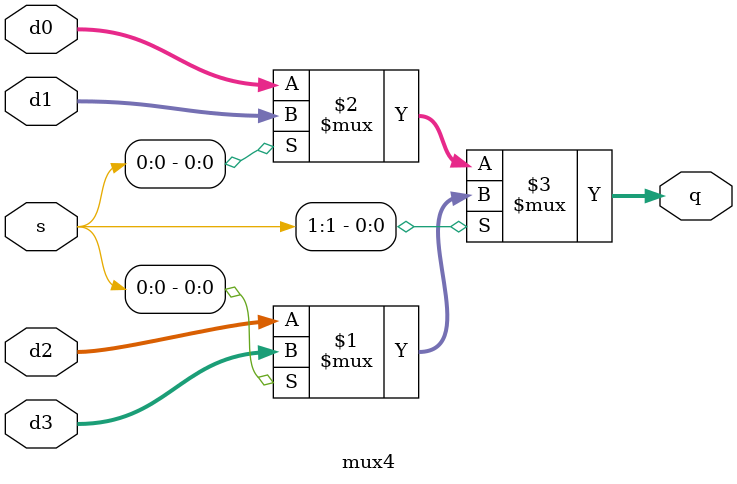
<source format=sv>
module mux4 #(
    parameter WIDTH = 8
) (
    input  logic [WIDTH-1:0] d0,
    input  logic [WIDTH-1:0] d1,
    input  logic [WIDTH-1:0] d2,
    input  logic [WIDTH-1:0] d3,
    input  logic [      1:0] s,
    output logic [WIDTH-1:0] q
);

  assign q = s[1] ? s[0] ? d3 : d2 : s[0] ? d1 : d0;

endmodule

</source>
